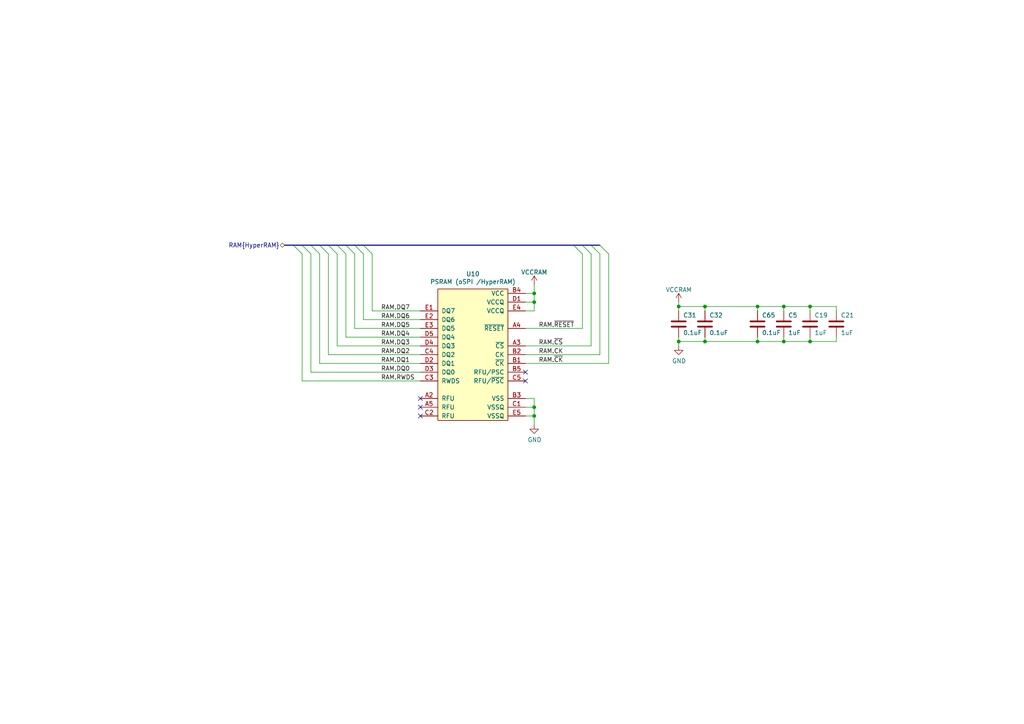
<source format=kicad_sch>
(kicad_sch (version 20231120) (generator "eeschema") (generator_version "8.0")
  (paper "A4")
  (title_block (title "SoldierCrab") (date "${DATE}") (rev "${VERSION}") (company "S.Holzapfel, apfelaudio UG (haftungsbeschränkt)") (comment 1 "Licensed under the CERN-OHL-S v2"))
  (lib_symbols
    (symbol "Device:C" (pin_numbers hide) (pin_names (offset 0.254))
      (property "Reference" "C" (at 0.635 2.54 0))
      (property "Value" "C" (at 0.635 -2.54 0))
      (symbol "C_0_1"
        (polyline (pts (xy -2.032 -0.762) (xy 2.032 -0.762)) (stroke (width 0.508)))
        (polyline (pts (xy -2.032 0.762) (xy 2.032 0.762)) (stroke (width 0.508)))
      )
      (symbol "C_1_1"
        (pin passive line (at 0 3.81 270) (length 2.794) (name "~") (number "1"))
        (pin passive line (at 0 -3.81 90) (length 2.794) (name "~") (number "2"))
      )
    )
    (symbol "power:GND" (power) (pin_names (offset 0))
      (property "Value" "GND" (at 0 -3.81 0))
      (symbol "GND_0_1"
        (polyline (pts (xy 0 0) (xy 0 -1.27) (xy 1.27 -1.27) (xy 0 -2.54) (xy -1.27 -1.27) (xy 0 -1.27)))
      )
      (symbol "GND_1_1"
        (pin power_in line (at 0 0 270) (length 0) hide (name "GND") (number "1"))
      )
    )
    (symbol "support_hardware:S27KS0641" (pin_names (offset 1.016))
      (property "Reference" "U" (at 0 20.32 0))
      (property "Value" "S27KS0641" (at 0 -20.32 0))
      (symbol "S27KS0641_0_1"
        (rectangle (start -10.16 19.05) (end 10.16 -19.05) (stroke (width 0.2032)) (fill (type background)))
      )
      (symbol "S27KS0641_1_1"
        (pin passive line (at 15.24 -12.7 180) (length 5.08) (name "RFU") (number "A2"))
        (pin input line (at -15.24 2.54 0) (length 5.08) (name "~{CS}") (number "A3"))
        (pin input line (at -15.24 7.62 0) (length 5.08) (name "~{RESET}") (number "A4"))
        (pin passive line (at 15.24 -15.24 180) (length 5.08) (name "RFU") (number "A5"))
        (pin input line (at -15.24 -2.54 0) (length 5.08) (name "~{CK}") (number "B1"))
        (pin input line (at -15.24 0 0) (length 5.08) (name "CK") (number "B2"))
        (pin power_in line (at -15.24 -12.7 0) (length 5.08) (name "VSS") (number "B3"))
        (pin power_in line (at -15.24 17.78 0) (length 5.08) (name "VCC") (number "B4"))
        (pin input line (at -15.24 -5.08 0) (length 5.08) (name "RFU/PSC") (number "B5"))
        (pin power_in line (at -15.24 -15.24 0) (length 5.08) (name "VSSQ") (number "C1"))
        (pin passive line (at 15.24 -17.78 180) (length 5.08) (name "RFU") (number "C2"))
        (pin bidirectional line (at 15.24 -7.62 180) (length 5.08) (name "RWDS") (number "C3"))
        (pin bidirectional line (at 15.24 0 180) (length 5.08) (name "DQ2") (number "C4"))
        (pin input line (at -15.24 -7.62 0) (length 5.08) (name "RFU/~{PSC}") (number "C5"))
        (pin power_in line (at -15.24 15.24 0) (length 5.08) (name "VCCQ") (number "D1"))
        (pin bidirectional line (at 15.24 -2.54 180) (length 5.08) (name "DQ1") (number "D2"))
        (pin bidirectional line (at 15.24 -5.08 180) (length 5.08) (name "DQ0") (number "D3"))
        (pin bidirectional line (at 15.24 2.54 180) (length 5.08) (name "DQ3") (number "D4"))
        (pin bidirectional line (at 15.24 5.08 180) (length 5.08) (name "DQ4") (number "D5"))
        (pin bidirectional line (at 15.24 12.7 180) (length 5.08) (name "DQ7") (number "E1"))
        (pin bidirectional line (at 15.24 10.16 180) (length 5.08) (name "DQ6") (number "E2"))
        (pin bidirectional line (at 15.24 7.62 180) (length 5.08) (name "DQ5") (number "E3"))
        (pin power_in line (at -15.24 12.7 0) (length 5.08) (name "VCCQ") (number "E4"))
        (pin power_in line (at -15.24 -17.78 0) (length 5.08) (name "VSSQ") (number "E5"))
      )
    )
    (symbol "support_hardware:VCCRAM" (power) (pin_names (offset 0))
      (property "Value" "VCCRAM" (at 0 3.81 0))
      (symbol "VCCRAM_0_1"
        (polyline (pts (xy -0.762 1.27) (xy 0 2.54)))
        (polyline (pts (xy 0 0) (xy 0 2.54)))
        (polyline (pts (xy 0 2.54) (xy 0.762 1.27)))
      )
      (symbol "VCCRAM_1_1"
        (pin power_in line (at 0 0 90) (length 0) hide (name "VCCRAM") (number "1"))
      )
    )
  )
  (bus_alias "HyperRAM" (members "DQ[0..7]" "CK" "~{CK}" "~{CS}" "RWDS" "~{RESET}"))
  (junction (at 234.95 99.06))
  (junction (at 196.85 88.9))
  (junction (at 154.94 118.11))
  (junction (at 234.95 88.9))
  (junction (at 219.71 99.06))
  (junction (at 204.47 99.06))
  (junction (at 154.94 120.65))
  (junction (at 219.71 88.9))
  (junction (at 154.94 85.09))
  (junction (at 154.94 87.63))
  (junction (at 227.33 99.06))
  (junction (at 196.85 99.06))
  (junction (at 227.33 88.9))
  (junction (at 204.47 88.9))
  (no_connect (at 152.4 107.95))
  (no_connect (at 152.4 110.49))
  (no_connect (at 121.92 120.65))
  (no_connect (at 121.92 115.57))
  (no_connect (at 121.92 118.11))
  (bus_entry (at 85.09 71.12) (size 2.54 2.54))
  (bus_entry (at 95.25 71.12) (size 2.54 2.54))
  (bus_entry (at 168.91 71.12) (size 2.54 2.54))
  (bus_entry (at 105.41 71.12) (size 2.54 2.54))
  (bus_entry (at 171.45 71.12) (size 2.54 2.54))
  (bus_entry (at 166.37 71.12) (size 2.54 2.54))
  (bus_entry (at 100.33 71.12) (size 2.54 2.54))
  (bus_entry (at 102.87 71.12) (size 2.54 2.54))
  (bus_entry (at 87.63 71.12) (size 2.54 2.54))
  (bus_entry (at 92.71 71.12) (size 2.54 2.54))
  (bus_entry (at 173.99 71.12) (size 2.54 2.54))
  (bus_entry (at 90.17 71.12) (size 2.54 2.54))
  (bus_entry (at 97.79 71.12) (size 2.54 2.54))
  (bus (pts (xy 90.17 71.12) (xy 92.71 71.12)))
  (wire (pts (xy 196.85 87.63) (xy 196.85 88.9)))
  (wire (pts (xy 196.85 99.06) (xy 196.85 100.33)))
  (wire (pts (xy 152.4 95.25) (xy 168.91 95.25)))
  (wire (pts (xy 227.33 97.79) (xy 227.33 99.06)))
  (wire (pts (xy 102.87 95.25) (xy 102.87 73.66)))
  (wire (pts (xy 234.95 97.79) (xy 234.95 99.06)))
  (wire (pts (xy 168.91 73.66) (xy 168.91 95.25)))
  (bus (pts (xy 166.37 71.12) (xy 168.91 71.12)))
  (wire (pts (xy 171.45 73.66) (xy 171.45 100.33)))
  (bus (pts (xy 100.33 71.12) (xy 102.87 71.12)))
  (wire (pts (xy 154.94 87.63) (xy 154.94 90.17)))
  (wire (pts (xy 154.94 85.09) (xy 154.94 87.63)))
  (wire (pts (xy 154.94 118.11) (xy 154.94 120.65)))
  (wire (pts (xy 152.4 100.33) (xy 171.45 100.33)))
  (wire (pts (xy 227.33 88.9) (xy 234.95 88.9)))
  (wire (pts (xy 121.92 97.79) (xy 100.33 97.79)))
  (wire (pts (xy 204.47 88.9) (xy 204.47 90.17)))
  (wire (pts (xy 90.17 107.95) (xy 90.17 73.66)))
  (bus (pts (xy 171.45 71.12) (xy 173.99 71.12)))
  (wire (pts (xy 173.99 73.66) (xy 173.99 102.87)))
  (wire (pts (xy 152.4 85.09) (xy 154.94 85.09)))
  (wire (pts (xy 176.53 73.66) (xy 176.53 105.41)))
  (wire (pts (xy 196.85 88.9) (xy 196.85 90.17)))
  (wire (pts (xy 204.47 99.06) (xy 219.71 99.06)))
  (wire (pts (xy 121.92 102.87) (xy 95.25 102.87)))
  (wire (pts (xy 92.71 105.41) (xy 92.71 73.66)))
  (bus (pts (xy 85.09 71.12) (xy 87.63 71.12)))
  (wire (pts (xy 196.85 88.9) (xy 204.47 88.9)))
  (wire (pts (xy 219.71 97.79) (xy 219.71 99.06)))
  (wire (pts (xy 196.85 99.06) (xy 204.47 99.06)))
  (wire (pts (xy 219.71 88.9) (xy 227.33 88.9)))
  (wire (pts (xy 154.94 85.09) (xy 154.94 82.55)))
  (wire (pts (xy 152.4 115.57) (xy 154.94 115.57)))
  (wire (pts (xy 152.4 102.87) (xy 173.99 102.87)))
  (wire (pts (xy 152.4 87.63) (xy 154.94 87.63)))
  (wire (pts (xy 227.33 90.17) (xy 227.33 88.9)))
  (wire (pts (xy 234.95 90.17) (xy 234.95 88.9)))
  (wire (pts (xy 154.94 120.65) (xy 154.94 123.19)))
  (wire (pts (xy 121.92 110.49) (xy 87.63 110.49)))
  (bus (pts (xy 92.71 71.12) (xy 95.25 71.12)))
  (bus (pts (xy 82.55 71.12) (xy 85.09 71.12)))
  (wire (pts (xy 105.41 92.71) (xy 121.92 92.71)))
  (wire (pts (xy 219.71 88.9) (xy 219.71 90.17)))
  (wire (pts (xy 121.92 107.95) (xy 90.17 107.95)))
  (bus (pts (xy 102.87 71.12) (xy 105.41 71.12)))
  (wire (pts (xy 121.92 95.25) (xy 102.87 95.25)))
  (wire (pts (xy 204.47 99.06) (xy 204.47 97.79)))
  (wire (pts (xy 154.94 120.65) (xy 152.4 120.65)))
  (wire (pts (xy 100.33 97.79) (xy 100.33 73.66)))
  (wire (pts (xy 95.25 102.87) (xy 95.25 73.66)))
  (wire (pts (xy 234.95 88.9) (xy 242.57 88.9)))
  (wire (pts (xy 242.57 97.79) (xy 242.57 99.06)))
  (wire (pts (xy 242.57 88.9) (xy 242.57 90.17)))
  (wire (pts (xy 196.85 97.79) (xy 196.85 99.06)))
  (bus (pts (xy 97.79 71.12) (xy 100.33 71.12)))
  (wire (pts (xy 107.95 73.66) (xy 107.95 90.17)))
  (bus (pts (xy 95.25 71.12) (xy 97.79 71.12)))
  (wire (pts (xy 121.92 90.17) (xy 107.95 90.17)))
  (wire (pts (xy 204.47 88.9) (xy 219.71 88.9)))
  (wire (pts (xy 97.79 100.33) (xy 97.79 73.66)))
  (wire (pts (xy 152.4 118.11) (xy 154.94 118.11)))
  (wire (pts (xy 105.41 92.71) (xy 105.41 73.66)))
  (bus (pts (xy 105.41 71.12) (xy 166.37 71.12)))
  (wire (pts (xy 121.92 100.33) (xy 97.79 100.33)))
  (wire (pts (xy 234.95 99.06) (xy 227.33 99.06)))
  (wire (pts (xy 87.63 110.49) (xy 87.63 73.66)))
  (wire (pts (xy 227.33 99.06) (xy 219.71 99.06)))
  (wire (pts (xy 152.4 105.41) (xy 176.53 105.41)))
  (wire (pts (xy 242.57 99.06) (xy 234.95 99.06)))
  (wire (pts (xy 154.94 115.57) (xy 154.94 118.11)))
  (wire (pts (xy 154.94 90.17) (xy 152.4 90.17)))
  (bus (pts (xy 87.63 71.12) (xy 90.17 71.12)))
  (wire (pts (xy 121.92 105.41) (xy 92.71 105.41)))
  (bus (pts (xy 168.91 71.12) (xy 171.45 71.12)))
  (label "RAM.DQ3" (at 110.49 100.33 0))
  (label "RAM.DQ4" (at 110.49 97.79 0))
  (label "RAM.DQ5" (at 110.49 95.25 0))
  (label "RAM.DQ0" (at 110.49 107.95 0))
  (label "RAM.DQ6" (at 110.49 92.71 0))
  (label "RAM.~{CS}" (at 156.21 100.33 0))
  (label "RAM.~{RESET}" (at 156.21 95.25 0))
  (label "RAM.RWDS" (at 110.49 110.49 0))
  (label "RAM.CK" (at 156.21 102.87 0))
  (label "RAM.~{CK}" (at 156.21 105.41 0))
  (label "RAM.DQ7" (at 110.49 90.17 0))
  (label "RAM.DQ2" (at 110.49 102.87 0))
  (label "RAM.DQ1" (at 110.49 105.41 0))
  (hierarchical_label "RAM{HyperRAM}" (shape bidirectional) (at 82.55 71.12 180))
  (symbol (lib_id "support_hardware:S27KS0641") (at 137.16 102.87 0) (mirror y) (unit 1)
    (property "Reference" "U10" (at 137.16 79.4512 0))
    (property "Value" "PSRAM (oSPI /HyperRAM)" (at 137.16 81.7372 0))
    (property "Footprint" "soldiercrab:BGA-24_5x5_6.0x8.0mm" (effects (hide yes)))
    (property "lcsc#" "C5448342" (effects (hide yes)))
  )
  (symbol (lib_id "power:GND") (at 154.94 123.19 0) (unit 1)
    (property "Reference" "#PWR085" (effects (hide yes)))
    (property "Value" "GND" (at 155.0416 127.5588 0))
  )
  (symbol (lib_id "Device:C") (at 242.57 93.98 0) (unit 1)
    (property "Reference" "C21" (at 243.84 91.44 0) (effects (justify left)))
    (property "Value" "1uF" (at 243.84 96.52 0) (effects (justify left)))
    (property "Footprint" "Capacitor_SMD:C_0402_1005Metric" (effects (hide yes)))
    (property "Description" "CAP CER 1UF 6.3V X5R 0402 20%" (effects (hide yes)))
    (property "Part Number" "CL05A105MQ5NNNC" (effects (hide yes)))
    (property "Substitution" "CL05A105KQ5NNNC, CL05A105KP5NNNC, CL05A105KO5NNNC" (effects (hide yes)))
    (property "Manufacturer" "Samsung" (effects (hide yes)))
    (property "lcsc#" "C52923" (effects (hide yes)))
  )
  (symbol (lib_id "power:GND") (at 196.85 100.33 0) (unit 1)
    (property "Reference" "#PWR0145" (effects (hide yes)))
    (property "Value" "GND" (at 196.9516 104.6988 0))
  )
  (symbol (lib_id "Device:C") (at 234.95 93.98 0) (unit 1)
    (property "Reference" "C19" (at 236.22 91.44 0) (effects (justify left)))
    (property "Value" "1uF" (at 236.22 96.52 0) (effects (justify left)))
    (property "Footprint" "Capacitor_SMD:C_0402_1005Metric" (effects (hide yes)))
    (property "Description" "CAP CER 1UF 6.3V X5R 0402 20%" (effects (hide yes)))
    (property "Part Number" "CL05A105MQ5NNNC" (effects (hide yes)))
    (property "Substitution" "CL05A105KQ5NNNC, CL05A105KP5NNNC, CL05A105KO5NNNC" (effects (hide yes)))
    (property "Manufacturer" "Samsung" (effects (hide yes)))
    (property "lcsc#" "C52923" (effects (hide yes)))
  )
  (symbol (lib_id "Device:C") (at 227.33 93.98 0) (unit 1)
    (property "Reference" "C5" (at 228.6 91.44 0) (effects (justify left)))
    (property "Value" "1uF" (at 228.6 96.52 0) (effects (justify left)))
    (property "Footprint" "Capacitor_SMD:C_0402_1005Metric" (effects (hide yes)))
    (property "Description" "CAP CER 1UF 6.3V X5R 0402 20%" (effects (hide yes)))
    (property "Part Number" "CL05A105MQ5NNNC" (effects (hide yes)))
    (property "Substitution" "CL05A105KQ5NNNC, CL05A105KP5NNNC, CL05A105KO5NNNC" (effects (hide yes)))
    (property "Manufacturer" "Samsung" (effects (hide yes)))
    (property "lcsc#" "C52923" (effects (hide yes)))
  )
  (symbol (lib_id "support_hardware:VCCRAM") (at 154.94 82.55 0) (unit 1)
    (property "Reference" "#PWR0119" (effects (hide yes)))
    (property "Value" "VCCRAM" (at 154.94 78.9742 0))
  )
  (symbol (lib_id "Device:C") (at 196.85 93.98 0) (unit 1)
    (property "Reference" "C31" (at 198.12 91.44 0) (effects (justify left)))
    (property "Value" "0.1uF" (at 198.12 96.52 0) (effects (justify left)))
    (property "Footprint" "Capacitor_SMD:C_0402_1005Metric" (effects (hide yes)))
    (property "Description" "CAP CER 0.1UF 25V X5R 0402" (effects (hide yes)))
    (property "Part Number" "CL05A104KA5NNNC" (effects (hide yes)))
    (property "Substitution" "any equivalent" (effects (hide yes)))
    (property "Manufacturer" "Samsung" (effects (hide yes)))
    (property "lcsc#" "C1525" (effects (hide yes)))
  )
  (symbol (lib_id "Device:C") (at 204.47 93.98 0) (unit 1)
    (property "Reference" "C32" (at 205.74 91.44 0) (effects (justify left)))
    (property "Value" "0.1uF" (at 205.74 96.52 0) (effects (justify left)))
    (property "Footprint" "Capacitor_SMD:C_0402_1005Metric" (effects (hide yes)))
    (property "Description" "CAP CER 0.1UF 25V X5R 0402" (effects (hide yes)))
    (property "Part Number" "CL05A104KA5NNNC" (effects (hide yes)))
    (property "Substitution" "any equivalent" (effects (hide yes)))
    (property "Manufacturer" "Samsung" (effects (hide yes)))
    (property "lcsc#" "C1525" (effects (hide yes)))
  )
  (symbol (lib_id "Device:C") (at 219.71 93.98 0) (unit 1)
    (property "Reference" "C65" (at 220.98 91.44 0) (effects (justify left)))
    (property "Value" "0.1uF" (at 220.98 96.52 0) (effects (justify left)))
    (property "Footprint" "Capacitor_SMD:C_0402_1005Metric" (effects (hide yes)))
    (property "Description" "CAP CER 0.1UF 25V X5R 0402" (effects (hide yes)))
    (property "Part Number" "CL05A104KA5NNNC" (effects (hide yes)))
    (property "Substitution" "any equivalent" (effects (hide yes)))
    (property "Manufacturer" "Samsung" (effects (hide yes)))
    (property "lcsc#" "C1525" (effects (hide yes)))
  )
  (symbol (lib_id "support_hardware:VCCRAM") (at 196.85 87.63 0) (unit 1)
    (property "Reference" "#PWR0144" (effects (hide yes)))
    (property "Value" "VCCRAM" (at 196.85 84.0542 0))
  )
)
</source>
